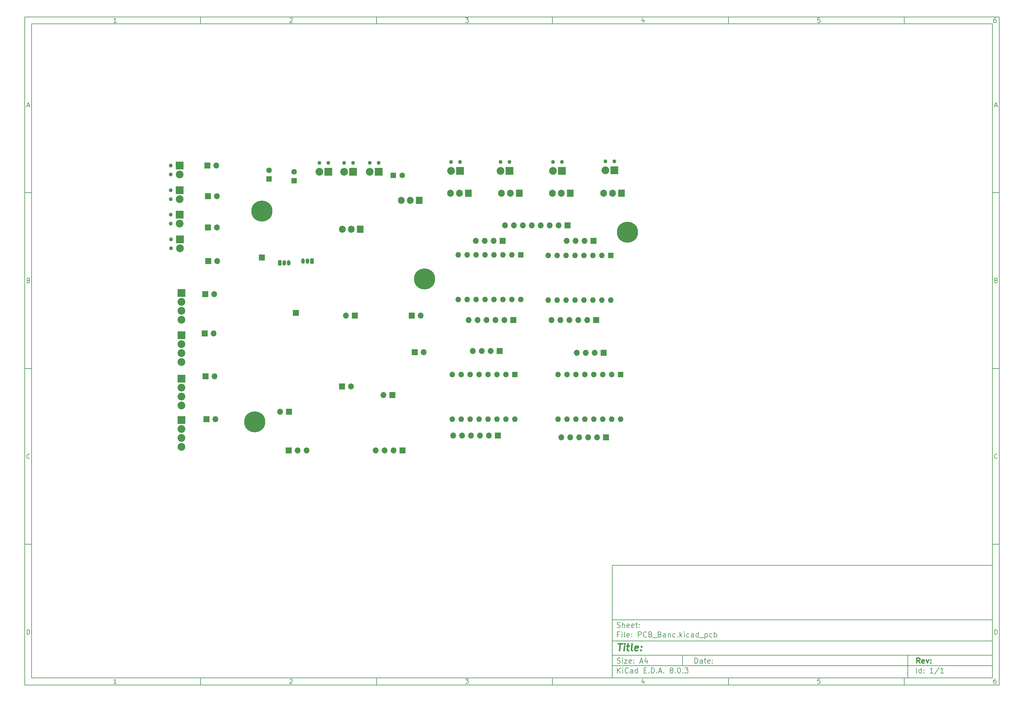
<source format=gbr>
%TF.GenerationSoftware,KiCad,Pcbnew,8.0.3*%
%TF.CreationDate,2024-09-18T10:17:04+02:00*%
%TF.ProjectId,PCB_Banc,5043425f-4261-46e6-932e-6b696361645f,rev?*%
%TF.SameCoordinates,Original*%
%TF.FileFunction,Soldermask,Bot*%
%TF.FilePolarity,Negative*%
%FSLAX46Y46*%
G04 Gerber Fmt 4.6, Leading zero omitted, Abs format (unit mm)*
G04 Created by KiCad (PCBNEW 8.0.3) date 2024-09-18 10:17:04*
%MOMM*%
%LPD*%
G01*
G04 APERTURE LIST*
%ADD10C,0.100000*%
%ADD11C,0.150000*%
%ADD12C,0.300000*%
%ADD13C,0.400000*%
%ADD14R,1.700000X1.700000*%
%ADD15O,1.700000X1.700000*%
%ADD16C,1.100000*%
%ADD17R,2.200000X2.200000*%
%ADD18C,2.200000*%
%ADD19C,6.000000*%
%ADD20R,1.050000X1.500000*%
%ADD21O,1.050000X1.500000*%
%ADD22R,1.600000X1.600000*%
%ADD23C,1.600000*%
%ADD24R,1.905000X2.000000*%
%ADD25O,1.905000X2.000000*%
%ADD26O,1.600000X1.600000*%
G04 APERTURE END LIST*
D10*
D11*
X177002200Y-166007200D02*
X285002200Y-166007200D01*
X285002200Y-198007200D01*
X177002200Y-198007200D01*
X177002200Y-166007200D01*
D10*
D11*
X10000000Y-10000000D02*
X287002200Y-10000000D01*
X287002200Y-200007200D01*
X10000000Y-200007200D01*
X10000000Y-10000000D01*
D10*
D11*
X12000000Y-12000000D02*
X285002200Y-12000000D01*
X285002200Y-198007200D01*
X12000000Y-198007200D01*
X12000000Y-12000000D01*
D10*
D11*
X60000000Y-12000000D02*
X60000000Y-10000000D01*
D10*
D11*
X110000000Y-12000000D02*
X110000000Y-10000000D01*
D10*
D11*
X160000000Y-12000000D02*
X160000000Y-10000000D01*
D10*
D11*
X210000000Y-12000000D02*
X210000000Y-10000000D01*
D10*
D11*
X260000000Y-12000000D02*
X260000000Y-10000000D01*
D10*
D11*
X36089160Y-11593604D02*
X35346303Y-11593604D01*
X35717731Y-11593604D02*
X35717731Y-10293604D01*
X35717731Y-10293604D02*
X35593922Y-10479319D01*
X35593922Y-10479319D02*
X35470112Y-10603128D01*
X35470112Y-10603128D02*
X35346303Y-10665033D01*
D10*
D11*
X85346303Y-10417414D02*
X85408207Y-10355509D01*
X85408207Y-10355509D02*
X85532017Y-10293604D01*
X85532017Y-10293604D02*
X85841541Y-10293604D01*
X85841541Y-10293604D02*
X85965350Y-10355509D01*
X85965350Y-10355509D02*
X86027255Y-10417414D01*
X86027255Y-10417414D02*
X86089160Y-10541223D01*
X86089160Y-10541223D02*
X86089160Y-10665033D01*
X86089160Y-10665033D02*
X86027255Y-10850747D01*
X86027255Y-10850747D02*
X85284398Y-11593604D01*
X85284398Y-11593604D02*
X86089160Y-11593604D01*
D10*
D11*
X135284398Y-10293604D02*
X136089160Y-10293604D01*
X136089160Y-10293604D02*
X135655826Y-10788842D01*
X135655826Y-10788842D02*
X135841541Y-10788842D01*
X135841541Y-10788842D02*
X135965350Y-10850747D01*
X135965350Y-10850747D02*
X136027255Y-10912652D01*
X136027255Y-10912652D02*
X136089160Y-11036461D01*
X136089160Y-11036461D02*
X136089160Y-11345985D01*
X136089160Y-11345985D02*
X136027255Y-11469795D01*
X136027255Y-11469795D02*
X135965350Y-11531700D01*
X135965350Y-11531700D02*
X135841541Y-11593604D01*
X135841541Y-11593604D02*
X135470112Y-11593604D01*
X135470112Y-11593604D02*
X135346303Y-11531700D01*
X135346303Y-11531700D02*
X135284398Y-11469795D01*
D10*
D11*
X185965350Y-10726938D02*
X185965350Y-11593604D01*
X185655826Y-10231700D02*
X185346303Y-11160271D01*
X185346303Y-11160271D02*
X186151064Y-11160271D01*
D10*
D11*
X236027255Y-10293604D02*
X235408207Y-10293604D01*
X235408207Y-10293604D02*
X235346303Y-10912652D01*
X235346303Y-10912652D02*
X235408207Y-10850747D01*
X235408207Y-10850747D02*
X235532017Y-10788842D01*
X235532017Y-10788842D02*
X235841541Y-10788842D01*
X235841541Y-10788842D02*
X235965350Y-10850747D01*
X235965350Y-10850747D02*
X236027255Y-10912652D01*
X236027255Y-10912652D02*
X236089160Y-11036461D01*
X236089160Y-11036461D02*
X236089160Y-11345985D01*
X236089160Y-11345985D02*
X236027255Y-11469795D01*
X236027255Y-11469795D02*
X235965350Y-11531700D01*
X235965350Y-11531700D02*
X235841541Y-11593604D01*
X235841541Y-11593604D02*
X235532017Y-11593604D01*
X235532017Y-11593604D02*
X235408207Y-11531700D01*
X235408207Y-11531700D02*
X235346303Y-11469795D01*
D10*
D11*
X285965350Y-10293604D02*
X285717731Y-10293604D01*
X285717731Y-10293604D02*
X285593922Y-10355509D01*
X285593922Y-10355509D02*
X285532017Y-10417414D01*
X285532017Y-10417414D02*
X285408207Y-10603128D01*
X285408207Y-10603128D02*
X285346303Y-10850747D01*
X285346303Y-10850747D02*
X285346303Y-11345985D01*
X285346303Y-11345985D02*
X285408207Y-11469795D01*
X285408207Y-11469795D02*
X285470112Y-11531700D01*
X285470112Y-11531700D02*
X285593922Y-11593604D01*
X285593922Y-11593604D02*
X285841541Y-11593604D01*
X285841541Y-11593604D02*
X285965350Y-11531700D01*
X285965350Y-11531700D02*
X286027255Y-11469795D01*
X286027255Y-11469795D02*
X286089160Y-11345985D01*
X286089160Y-11345985D02*
X286089160Y-11036461D01*
X286089160Y-11036461D02*
X286027255Y-10912652D01*
X286027255Y-10912652D02*
X285965350Y-10850747D01*
X285965350Y-10850747D02*
X285841541Y-10788842D01*
X285841541Y-10788842D02*
X285593922Y-10788842D01*
X285593922Y-10788842D02*
X285470112Y-10850747D01*
X285470112Y-10850747D02*
X285408207Y-10912652D01*
X285408207Y-10912652D02*
X285346303Y-11036461D01*
D10*
D11*
X60000000Y-198007200D02*
X60000000Y-200007200D01*
D10*
D11*
X110000000Y-198007200D02*
X110000000Y-200007200D01*
D10*
D11*
X160000000Y-198007200D02*
X160000000Y-200007200D01*
D10*
D11*
X210000000Y-198007200D02*
X210000000Y-200007200D01*
D10*
D11*
X260000000Y-198007200D02*
X260000000Y-200007200D01*
D10*
D11*
X36089160Y-199600804D02*
X35346303Y-199600804D01*
X35717731Y-199600804D02*
X35717731Y-198300804D01*
X35717731Y-198300804D02*
X35593922Y-198486519D01*
X35593922Y-198486519D02*
X35470112Y-198610328D01*
X35470112Y-198610328D02*
X35346303Y-198672233D01*
D10*
D11*
X85346303Y-198424614D02*
X85408207Y-198362709D01*
X85408207Y-198362709D02*
X85532017Y-198300804D01*
X85532017Y-198300804D02*
X85841541Y-198300804D01*
X85841541Y-198300804D02*
X85965350Y-198362709D01*
X85965350Y-198362709D02*
X86027255Y-198424614D01*
X86027255Y-198424614D02*
X86089160Y-198548423D01*
X86089160Y-198548423D02*
X86089160Y-198672233D01*
X86089160Y-198672233D02*
X86027255Y-198857947D01*
X86027255Y-198857947D02*
X85284398Y-199600804D01*
X85284398Y-199600804D02*
X86089160Y-199600804D01*
D10*
D11*
X135284398Y-198300804D02*
X136089160Y-198300804D01*
X136089160Y-198300804D02*
X135655826Y-198796042D01*
X135655826Y-198796042D02*
X135841541Y-198796042D01*
X135841541Y-198796042D02*
X135965350Y-198857947D01*
X135965350Y-198857947D02*
X136027255Y-198919852D01*
X136027255Y-198919852D02*
X136089160Y-199043661D01*
X136089160Y-199043661D02*
X136089160Y-199353185D01*
X136089160Y-199353185D02*
X136027255Y-199476995D01*
X136027255Y-199476995D02*
X135965350Y-199538900D01*
X135965350Y-199538900D02*
X135841541Y-199600804D01*
X135841541Y-199600804D02*
X135470112Y-199600804D01*
X135470112Y-199600804D02*
X135346303Y-199538900D01*
X135346303Y-199538900D02*
X135284398Y-199476995D01*
D10*
D11*
X185965350Y-198734138D02*
X185965350Y-199600804D01*
X185655826Y-198238900D02*
X185346303Y-199167471D01*
X185346303Y-199167471D02*
X186151064Y-199167471D01*
D10*
D11*
X236027255Y-198300804D02*
X235408207Y-198300804D01*
X235408207Y-198300804D02*
X235346303Y-198919852D01*
X235346303Y-198919852D02*
X235408207Y-198857947D01*
X235408207Y-198857947D02*
X235532017Y-198796042D01*
X235532017Y-198796042D02*
X235841541Y-198796042D01*
X235841541Y-198796042D02*
X235965350Y-198857947D01*
X235965350Y-198857947D02*
X236027255Y-198919852D01*
X236027255Y-198919852D02*
X236089160Y-199043661D01*
X236089160Y-199043661D02*
X236089160Y-199353185D01*
X236089160Y-199353185D02*
X236027255Y-199476995D01*
X236027255Y-199476995D02*
X235965350Y-199538900D01*
X235965350Y-199538900D02*
X235841541Y-199600804D01*
X235841541Y-199600804D02*
X235532017Y-199600804D01*
X235532017Y-199600804D02*
X235408207Y-199538900D01*
X235408207Y-199538900D02*
X235346303Y-199476995D01*
D10*
D11*
X285965350Y-198300804D02*
X285717731Y-198300804D01*
X285717731Y-198300804D02*
X285593922Y-198362709D01*
X285593922Y-198362709D02*
X285532017Y-198424614D01*
X285532017Y-198424614D02*
X285408207Y-198610328D01*
X285408207Y-198610328D02*
X285346303Y-198857947D01*
X285346303Y-198857947D02*
X285346303Y-199353185D01*
X285346303Y-199353185D02*
X285408207Y-199476995D01*
X285408207Y-199476995D02*
X285470112Y-199538900D01*
X285470112Y-199538900D02*
X285593922Y-199600804D01*
X285593922Y-199600804D02*
X285841541Y-199600804D01*
X285841541Y-199600804D02*
X285965350Y-199538900D01*
X285965350Y-199538900D02*
X286027255Y-199476995D01*
X286027255Y-199476995D02*
X286089160Y-199353185D01*
X286089160Y-199353185D02*
X286089160Y-199043661D01*
X286089160Y-199043661D02*
X286027255Y-198919852D01*
X286027255Y-198919852D02*
X285965350Y-198857947D01*
X285965350Y-198857947D02*
X285841541Y-198796042D01*
X285841541Y-198796042D02*
X285593922Y-198796042D01*
X285593922Y-198796042D02*
X285470112Y-198857947D01*
X285470112Y-198857947D02*
X285408207Y-198919852D01*
X285408207Y-198919852D02*
X285346303Y-199043661D01*
D10*
D11*
X10000000Y-60000000D02*
X12000000Y-60000000D01*
D10*
D11*
X10000000Y-110000000D02*
X12000000Y-110000000D01*
D10*
D11*
X10000000Y-160000000D02*
X12000000Y-160000000D01*
D10*
D11*
X10690476Y-35222176D02*
X11309523Y-35222176D01*
X10566666Y-35593604D02*
X10999999Y-34293604D01*
X10999999Y-34293604D02*
X11433333Y-35593604D01*
D10*
D11*
X11092857Y-84912652D02*
X11278571Y-84974557D01*
X11278571Y-84974557D02*
X11340476Y-85036461D01*
X11340476Y-85036461D02*
X11402380Y-85160271D01*
X11402380Y-85160271D02*
X11402380Y-85345985D01*
X11402380Y-85345985D02*
X11340476Y-85469795D01*
X11340476Y-85469795D02*
X11278571Y-85531700D01*
X11278571Y-85531700D02*
X11154761Y-85593604D01*
X11154761Y-85593604D02*
X10659523Y-85593604D01*
X10659523Y-85593604D02*
X10659523Y-84293604D01*
X10659523Y-84293604D02*
X11092857Y-84293604D01*
X11092857Y-84293604D02*
X11216666Y-84355509D01*
X11216666Y-84355509D02*
X11278571Y-84417414D01*
X11278571Y-84417414D02*
X11340476Y-84541223D01*
X11340476Y-84541223D02*
X11340476Y-84665033D01*
X11340476Y-84665033D02*
X11278571Y-84788842D01*
X11278571Y-84788842D02*
X11216666Y-84850747D01*
X11216666Y-84850747D02*
X11092857Y-84912652D01*
X11092857Y-84912652D02*
X10659523Y-84912652D01*
D10*
D11*
X11402380Y-135469795D02*
X11340476Y-135531700D01*
X11340476Y-135531700D02*
X11154761Y-135593604D01*
X11154761Y-135593604D02*
X11030952Y-135593604D01*
X11030952Y-135593604D02*
X10845238Y-135531700D01*
X10845238Y-135531700D02*
X10721428Y-135407890D01*
X10721428Y-135407890D02*
X10659523Y-135284080D01*
X10659523Y-135284080D02*
X10597619Y-135036461D01*
X10597619Y-135036461D02*
X10597619Y-134850747D01*
X10597619Y-134850747D02*
X10659523Y-134603128D01*
X10659523Y-134603128D02*
X10721428Y-134479319D01*
X10721428Y-134479319D02*
X10845238Y-134355509D01*
X10845238Y-134355509D02*
X11030952Y-134293604D01*
X11030952Y-134293604D02*
X11154761Y-134293604D01*
X11154761Y-134293604D02*
X11340476Y-134355509D01*
X11340476Y-134355509D02*
X11402380Y-134417414D01*
D10*
D11*
X10659523Y-185593604D02*
X10659523Y-184293604D01*
X10659523Y-184293604D02*
X10969047Y-184293604D01*
X10969047Y-184293604D02*
X11154761Y-184355509D01*
X11154761Y-184355509D02*
X11278571Y-184479319D01*
X11278571Y-184479319D02*
X11340476Y-184603128D01*
X11340476Y-184603128D02*
X11402380Y-184850747D01*
X11402380Y-184850747D02*
X11402380Y-185036461D01*
X11402380Y-185036461D02*
X11340476Y-185284080D01*
X11340476Y-185284080D02*
X11278571Y-185407890D01*
X11278571Y-185407890D02*
X11154761Y-185531700D01*
X11154761Y-185531700D02*
X10969047Y-185593604D01*
X10969047Y-185593604D02*
X10659523Y-185593604D01*
D10*
D11*
X287002200Y-60000000D02*
X285002200Y-60000000D01*
D10*
D11*
X287002200Y-110000000D02*
X285002200Y-110000000D01*
D10*
D11*
X287002200Y-160000000D02*
X285002200Y-160000000D01*
D10*
D11*
X285692676Y-35222176D02*
X286311723Y-35222176D01*
X285568866Y-35593604D02*
X286002199Y-34293604D01*
X286002199Y-34293604D02*
X286435533Y-35593604D01*
D10*
D11*
X286095057Y-84912652D02*
X286280771Y-84974557D01*
X286280771Y-84974557D02*
X286342676Y-85036461D01*
X286342676Y-85036461D02*
X286404580Y-85160271D01*
X286404580Y-85160271D02*
X286404580Y-85345985D01*
X286404580Y-85345985D02*
X286342676Y-85469795D01*
X286342676Y-85469795D02*
X286280771Y-85531700D01*
X286280771Y-85531700D02*
X286156961Y-85593604D01*
X286156961Y-85593604D02*
X285661723Y-85593604D01*
X285661723Y-85593604D02*
X285661723Y-84293604D01*
X285661723Y-84293604D02*
X286095057Y-84293604D01*
X286095057Y-84293604D02*
X286218866Y-84355509D01*
X286218866Y-84355509D02*
X286280771Y-84417414D01*
X286280771Y-84417414D02*
X286342676Y-84541223D01*
X286342676Y-84541223D02*
X286342676Y-84665033D01*
X286342676Y-84665033D02*
X286280771Y-84788842D01*
X286280771Y-84788842D02*
X286218866Y-84850747D01*
X286218866Y-84850747D02*
X286095057Y-84912652D01*
X286095057Y-84912652D02*
X285661723Y-84912652D01*
D10*
D11*
X286404580Y-135469795D02*
X286342676Y-135531700D01*
X286342676Y-135531700D02*
X286156961Y-135593604D01*
X286156961Y-135593604D02*
X286033152Y-135593604D01*
X286033152Y-135593604D02*
X285847438Y-135531700D01*
X285847438Y-135531700D02*
X285723628Y-135407890D01*
X285723628Y-135407890D02*
X285661723Y-135284080D01*
X285661723Y-135284080D02*
X285599819Y-135036461D01*
X285599819Y-135036461D02*
X285599819Y-134850747D01*
X285599819Y-134850747D02*
X285661723Y-134603128D01*
X285661723Y-134603128D02*
X285723628Y-134479319D01*
X285723628Y-134479319D02*
X285847438Y-134355509D01*
X285847438Y-134355509D02*
X286033152Y-134293604D01*
X286033152Y-134293604D02*
X286156961Y-134293604D01*
X286156961Y-134293604D02*
X286342676Y-134355509D01*
X286342676Y-134355509D02*
X286404580Y-134417414D01*
D10*
D11*
X285661723Y-185593604D02*
X285661723Y-184293604D01*
X285661723Y-184293604D02*
X285971247Y-184293604D01*
X285971247Y-184293604D02*
X286156961Y-184355509D01*
X286156961Y-184355509D02*
X286280771Y-184479319D01*
X286280771Y-184479319D02*
X286342676Y-184603128D01*
X286342676Y-184603128D02*
X286404580Y-184850747D01*
X286404580Y-184850747D02*
X286404580Y-185036461D01*
X286404580Y-185036461D02*
X286342676Y-185284080D01*
X286342676Y-185284080D02*
X286280771Y-185407890D01*
X286280771Y-185407890D02*
X286156961Y-185531700D01*
X286156961Y-185531700D02*
X285971247Y-185593604D01*
X285971247Y-185593604D02*
X285661723Y-185593604D01*
D10*
D11*
X200458026Y-193793328D02*
X200458026Y-192293328D01*
X200458026Y-192293328D02*
X200815169Y-192293328D01*
X200815169Y-192293328D02*
X201029455Y-192364757D01*
X201029455Y-192364757D02*
X201172312Y-192507614D01*
X201172312Y-192507614D02*
X201243741Y-192650471D01*
X201243741Y-192650471D02*
X201315169Y-192936185D01*
X201315169Y-192936185D02*
X201315169Y-193150471D01*
X201315169Y-193150471D02*
X201243741Y-193436185D01*
X201243741Y-193436185D02*
X201172312Y-193579042D01*
X201172312Y-193579042D02*
X201029455Y-193721900D01*
X201029455Y-193721900D02*
X200815169Y-193793328D01*
X200815169Y-193793328D02*
X200458026Y-193793328D01*
X202600884Y-193793328D02*
X202600884Y-193007614D01*
X202600884Y-193007614D02*
X202529455Y-192864757D01*
X202529455Y-192864757D02*
X202386598Y-192793328D01*
X202386598Y-192793328D02*
X202100884Y-192793328D01*
X202100884Y-192793328D02*
X201958026Y-192864757D01*
X202600884Y-193721900D02*
X202458026Y-193793328D01*
X202458026Y-193793328D02*
X202100884Y-193793328D01*
X202100884Y-193793328D02*
X201958026Y-193721900D01*
X201958026Y-193721900D02*
X201886598Y-193579042D01*
X201886598Y-193579042D02*
X201886598Y-193436185D01*
X201886598Y-193436185D02*
X201958026Y-193293328D01*
X201958026Y-193293328D02*
X202100884Y-193221900D01*
X202100884Y-193221900D02*
X202458026Y-193221900D01*
X202458026Y-193221900D02*
X202600884Y-193150471D01*
X203100884Y-192793328D02*
X203672312Y-192793328D01*
X203315169Y-192293328D02*
X203315169Y-193579042D01*
X203315169Y-193579042D02*
X203386598Y-193721900D01*
X203386598Y-193721900D02*
X203529455Y-193793328D01*
X203529455Y-193793328D02*
X203672312Y-193793328D01*
X204743741Y-193721900D02*
X204600884Y-193793328D01*
X204600884Y-193793328D02*
X204315170Y-193793328D01*
X204315170Y-193793328D02*
X204172312Y-193721900D01*
X204172312Y-193721900D02*
X204100884Y-193579042D01*
X204100884Y-193579042D02*
X204100884Y-193007614D01*
X204100884Y-193007614D02*
X204172312Y-192864757D01*
X204172312Y-192864757D02*
X204315170Y-192793328D01*
X204315170Y-192793328D02*
X204600884Y-192793328D01*
X204600884Y-192793328D02*
X204743741Y-192864757D01*
X204743741Y-192864757D02*
X204815170Y-193007614D01*
X204815170Y-193007614D02*
X204815170Y-193150471D01*
X204815170Y-193150471D02*
X204100884Y-193293328D01*
X205458026Y-193650471D02*
X205529455Y-193721900D01*
X205529455Y-193721900D02*
X205458026Y-193793328D01*
X205458026Y-193793328D02*
X205386598Y-193721900D01*
X205386598Y-193721900D02*
X205458026Y-193650471D01*
X205458026Y-193650471D02*
X205458026Y-193793328D01*
X205458026Y-192864757D02*
X205529455Y-192936185D01*
X205529455Y-192936185D02*
X205458026Y-193007614D01*
X205458026Y-193007614D02*
X205386598Y-192936185D01*
X205386598Y-192936185D02*
X205458026Y-192864757D01*
X205458026Y-192864757D02*
X205458026Y-193007614D01*
D10*
D11*
X177002200Y-194507200D02*
X285002200Y-194507200D01*
D10*
D11*
X178458026Y-196593328D02*
X178458026Y-195093328D01*
X179315169Y-196593328D02*
X178672312Y-195736185D01*
X179315169Y-195093328D02*
X178458026Y-195950471D01*
X179958026Y-196593328D02*
X179958026Y-195593328D01*
X179958026Y-195093328D02*
X179886598Y-195164757D01*
X179886598Y-195164757D02*
X179958026Y-195236185D01*
X179958026Y-195236185D02*
X180029455Y-195164757D01*
X180029455Y-195164757D02*
X179958026Y-195093328D01*
X179958026Y-195093328D02*
X179958026Y-195236185D01*
X181529455Y-196450471D02*
X181458027Y-196521900D01*
X181458027Y-196521900D02*
X181243741Y-196593328D01*
X181243741Y-196593328D02*
X181100884Y-196593328D01*
X181100884Y-196593328D02*
X180886598Y-196521900D01*
X180886598Y-196521900D02*
X180743741Y-196379042D01*
X180743741Y-196379042D02*
X180672312Y-196236185D01*
X180672312Y-196236185D02*
X180600884Y-195950471D01*
X180600884Y-195950471D02*
X180600884Y-195736185D01*
X180600884Y-195736185D02*
X180672312Y-195450471D01*
X180672312Y-195450471D02*
X180743741Y-195307614D01*
X180743741Y-195307614D02*
X180886598Y-195164757D01*
X180886598Y-195164757D02*
X181100884Y-195093328D01*
X181100884Y-195093328D02*
X181243741Y-195093328D01*
X181243741Y-195093328D02*
X181458027Y-195164757D01*
X181458027Y-195164757D02*
X181529455Y-195236185D01*
X182815170Y-196593328D02*
X182815170Y-195807614D01*
X182815170Y-195807614D02*
X182743741Y-195664757D01*
X182743741Y-195664757D02*
X182600884Y-195593328D01*
X182600884Y-195593328D02*
X182315170Y-195593328D01*
X182315170Y-195593328D02*
X182172312Y-195664757D01*
X182815170Y-196521900D02*
X182672312Y-196593328D01*
X182672312Y-196593328D02*
X182315170Y-196593328D01*
X182315170Y-196593328D02*
X182172312Y-196521900D01*
X182172312Y-196521900D02*
X182100884Y-196379042D01*
X182100884Y-196379042D02*
X182100884Y-196236185D01*
X182100884Y-196236185D02*
X182172312Y-196093328D01*
X182172312Y-196093328D02*
X182315170Y-196021900D01*
X182315170Y-196021900D02*
X182672312Y-196021900D01*
X182672312Y-196021900D02*
X182815170Y-195950471D01*
X184172313Y-196593328D02*
X184172313Y-195093328D01*
X184172313Y-196521900D02*
X184029455Y-196593328D01*
X184029455Y-196593328D02*
X183743741Y-196593328D01*
X183743741Y-196593328D02*
X183600884Y-196521900D01*
X183600884Y-196521900D02*
X183529455Y-196450471D01*
X183529455Y-196450471D02*
X183458027Y-196307614D01*
X183458027Y-196307614D02*
X183458027Y-195879042D01*
X183458027Y-195879042D02*
X183529455Y-195736185D01*
X183529455Y-195736185D02*
X183600884Y-195664757D01*
X183600884Y-195664757D02*
X183743741Y-195593328D01*
X183743741Y-195593328D02*
X184029455Y-195593328D01*
X184029455Y-195593328D02*
X184172313Y-195664757D01*
X186029455Y-195807614D02*
X186529455Y-195807614D01*
X186743741Y-196593328D02*
X186029455Y-196593328D01*
X186029455Y-196593328D02*
X186029455Y-195093328D01*
X186029455Y-195093328D02*
X186743741Y-195093328D01*
X187386598Y-196450471D02*
X187458027Y-196521900D01*
X187458027Y-196521900D02*
X187386598Y-196593328D01*
X187386598Y-196593328D02*
X187315170Y-196521900D01*
X187315170Y-196521900D02*
X187386598Y-196450471D01*
X187386598Y-196450471D02*
X187386598Y-196593328D01*
X188100884Y-196593328D02*
X188100884Y-195093328D01*
X188100884Y-195093328D02*
X188458027Y-195093328D01*
X188458027Y-195093328D02*
X188672313Y-195164757D01*
X188672313Y-195164757D02*
X188815170Y-195307614D01*
X188815170Y-195307614D02*
X188886599Y-195450471D01*
X188886599Y-195450471D02*
X188958027Y-195736185D01*
X188958027Y-195736185D02*
X188958027Y-195950471D01*
X188958027Y-195950471D02*
X188886599Y-196236185D01*
X188886599Y-196236185D02*
X188815170Y-196379042D01*
X188815170Y-196379042D02*
X188672313Y-196521900D01*
X188672313Y-196521900D02*
X188458027Y-196593328D01*
X188458027Y-196593328D02*
X188100884Y-196593328D01*
X189600884Y-196450471D02*
X189672313Y-196521900D01*
X189672313Y-196521900D02*
X189600884Y-196593328D01*
X189600884Y-196593328D02*
X189529456Y-196521900D01*
X189529456Y-196521900D02*
X189600884Y-196450471D01*
X189600884Y-196450471D02*
X189600884Y-196593328D01*
X190243742Y-196164757D02*
X190958028Y-196164757D01*
X190100885Y-196593328D02*
X190600885Y-195093328D01*
X190600885Y-195093328D02*
X191100885Y-196593328D01*
X191600884Y-196450471D02*
X191672313Y-196521900D01*
X191672313Y-196521900D02*
X191600884Y-196593328D01*
X191600884Y-196593328D02*
X191529456Y-196521900D01*
X191529456Y-196521900D02*
X191600884Y-196450471D01*
X191600884Y-196450471D02*
X191600884Y-196593328D01*
X193672313Y-195736185D02*
X193529456Y-195664757D01*
X193529456Y-195664757D02*
X193458027Y-195593328D01*
X193458027Y-195593328D02*
X193386599Y-195450471D01*
X193386599Y-195450471D02*
X193386599Y-195379042D01*
X193386599Y-195379042D02*
X193458027Y-195236185D01*
X193458027Y-195236185D02*
X193529456Y-195164757D01*
X193529456Y-195164757D02*
X193672313Y-195093328D01*
X193672313Y-195093328D02*
X193958027Y-195093328D01*
X193958027Y-195093328D02*
X194100885Y-195164757D01*
X194100885Y-195164757D02*
X194172313Y-195236185D01*
X194172313Y-195236185D02*
X194243742Y-195379042D01*
X194243742Y-195379042D02*
X194243742Y-195450471D01*
X194243742Y-195450471D02*
X194172313Y-195593328D01*
X194172313Y-195593328D02*
X194100885Y-195664757D01*
X194100885Y-195664757D02*
X193958027Y-195736185D01*
X193958027Y-195736185D02*
X193672313Y-195736185D01*
X193672313Y-195736185D02*
X193529456Y-195807614D01*
X193529456Y-195807614D02*
X193458027Y-195879042D01*
X193458027Y-195879042D02*
X193386599Y-196021900D01*
X193386599Y-196021900D02*
X193386599Y-196307614D01*
X193386599Y-196307614D02*
X193458027Y-196450471D01*
X193458027Y-196450471D02*
X193529456Y-196521900D01*
X193529456Y-196521900D02*
X193672313Y-196593328D01*
X193672313Y-196593328D02*
X193958027Y-196593328D01*
X193958027Y-196593328D02*
X194100885Y-196521900D01*
X194100885Y-196521900D02*
X194172313Y-196450471D01*
X194172313Y-196450471D02*
X194243742Y-196307614D01*
X194243742Y-196307614D02*
X194243742Y-196021900D01*
X194243742Y-196021900D02*
X194172313Y-195879042D01*
X194172313Y-195879042D02*
X194100885Y-195807614D01*
X194100885Y-195807614D02*
X193958027Y-195736185D01*
X194886598Y-196450471D02*
X194958027Y-196521900D01*
X194958027Y-196521900D02*
X194886598Y-196593328D01*
X194886598Y-196593328D02*
X194815170Y-196521900D01*
X194815170Y-196521900D02*
X194886598Y-196450471D01*
X194886598Y-196450471D02*
X194886598Y-196593328D01*
X195886599Y-195093328D02*
X196029456Y-195093328D01*
X196029456Y-195093328D02*
X196172313Y-195164757D01*
X196172313Y-195164757D02*
X196243742Y-195236185D01*
X196243742Y-195236185D02*
X196315170Y-195379042D01*
X196315170Y-195379042D02*
X196386599Y-195664757D01*
X196386599Y-195664757D02*
X196386599Y-196021900D01*
X196386599Y-196021900D02*
X196315170Y-196307614D01*
X196315170Y-196307614D02*
X196243742Y-196450471D01*
X196243742Y-196450471D02*
X196172313Y-196521900D01*
X196172313Y-196521900D02*
X196029456Y-196593328D01*
X196029456Y-196593328D02*
X195886599Y-196593328D01*
X195886599Y-196593328D02*
X195743742Y-196521900D01*
X195743742Y-196521900D02*
X195672313Y-196450471D01*
X195672313Y-196450471D02*
X195600884Y-196307614D01*
X195600884Y-196307614D02*
X195529456Y-196021900D01*
X195529456Y-196021900D02*
X195529456Y-195664757D01*
X195529456Y-195664757D02*
X195600884Y-195379042D01*
X195600884Y-195379042D02*
X195672313Y-195236185D01*
X195672313Y-195236185D02*
X195743742Y-195164757D01*
X195743742Y-195164757D02*
X195886599Y-195093328D01*
X197029455Y-196450471D02*
X197100884Y-196521900D01*
X197100884Y-196521900D02*
X197029455Y-196593328D01*
X197029455Y-196593328D02*
X196958027Y-196521900D01*
X196958027Y-196521900D02*
X197029455Y-196450471D01*
X197029455Y-196450471D02*
X197029455Y-196593328D01*
X197600884Y-195093328D02*
X198529456Y-195093328D01*
X198529456Y-195093328D02*
X198029456Y-195664757D01*
X198029456Y-195664757D02*
X198243741Y-195664757D01*
X198243741Y-195664757D02*
X198386599Y-195736185D01*
X198386599Y-195736185D02*
X198458027Y-195807614D01*
X198458027Y-195807614D02*
X198529456Y-195950471D01*
X198529456Y-195950471D02*
X198529456Y-196307614D01*
X198529456Y-196307614D02*
X198458027Y-196450471D01*
X198458027Y-196450471D02*
X198386599Y-196521900D01*
X198386599Y-196521900D02*
X198243741Y-196593328D01*
X198243741Y-196593328D02*
X197815170Y-196593328D01*
X197815170Y-196593328D02*
X197672313Y-196521900D01*
X197672313Y-196521900D02*
X197600884Y-196450471D01*
D10*
D11*
X177002200Y-191507200D02*
X285002200Y-191507200D01*
D10*
D12*
X264413853Y-193785528D02*
X263913853Y-193071242D01*
X263556710Y-193785528D02*
X263556710Y-192285528D01*
X263556710Y-192285528D02*
X264128139Y-192285528D01*
X264128139Y-192285528D02*
X264270996Y-192356957D01*
X264270996Y-192356957D02*
X264342425Y-192428385D01*
X264342425Y-192428385D02*
X264413853Y-192571242D01*
X264413853Y-192571242D02*
X264413853Y-192785528D01*
X264413853Y-192785528D02*
X264342425Y-192928385D01*
X264342425Y-192928385D02*
X264270996Y-192999814D01*
X264270996Y-192999814D02*
X264128139Y-193071242D01*
X264128139Y-193071242D02*
X263556710Y-193071242D01*
X265628139Y-193714100D02*
X265485282Y-193785528D01*
X265485282Y-193785528D02*
X265199568Y-193785528D01*
X265199568Y-193785528D02*
X265056710Y-193714100D01*
X265056710Y-193714100D02*
X264985282Y-193571242D01*
X264985282Y-193571242D02*
X264985282Y-192999814D01*
X264985282Y-192999814D02*
X265056710Y-192856957D01*
X265056710Y-192856957D02*
X265199568Y-192785528D01*
X265199568Y-192785528D02*
X265485282Y-192785528D01*
X265485282Y-192785528D02*
X265628139Y-192856957D01*
X265628139Y-192856957D02*
X265699568Y-192999814D01*
X265699568Y-192999814D02*
X265699568Y-193142671D01*
X265699568Y-193142671D02*
X264985282Y-193285528D01*
X266199567Y-192785528D02*
X266556710Y-193785528D01*
X266556710Y-193785528D02*
X266913853Y-192785528D01*
X267485281Y-193642671D02*
X267556710Y-193714100D01*
X267556710Y-193714100D02*
X267485281Y-193785528D01*
X267485281Y-193785528D02*
X267413853Y-193714100D01*
X267413853Y-193714100D02*
X267485281Y-193642671D01*
X267485281Y-193642671D02*
X267485281Y-193785528D01*
X267485281Y-192856957D02*
X267556710Y-192928385D01*
X267556710Y-192928385D02*
X267485281Y-192999814D01*
X267485281Y-192999814D02*
X267413853Y-192928385D01*
X267413853Y-192928385D02*
X267485281Y-192856957D01*
X267485281Y-192856957D02*
X267485281Y-192999814D01*
D10*
D11*
X178386598Y-193721900D02*
X178600884Y-193793328D01*
X178600884Y-193793328D02*
X178958026Y-193793328D01*
X178958026Y-193793328D02*
X179100884Y-193721900D01*
X179100884Y-193721900D02*
X179172312Y-193650471D01*
X179172312Y-193650471D02*
X179243741Y-193507614D01*
X179243741Y-193507614D02*
X179243741Y-193364757D01*
X179243741Y-193364757D02*
X179172312Y-193221900D01*
X179172312Y-193221900D02*
X179100884Y-193150471D01*
X179100884Y-193150471D02*
X178958026Y-193079042D01*
X178958026Y-193079042D02*
X178672312Y-193007614D01*
X178672312Y-193007614D02*
X178529455Y-192936185D01*
X178529455Y-192936185D02*
X178458026Y-192864757D01*
X178458026Y-192864757D02*
X178386598Y-192721900D01*
X178386598Y-192721900D02*
X178386598Y-192579042D01*
X178386598Y-192579042D02*
X178458026Y-192436185D01*
X178458026Y-192436185D02*
X178529455Y-192364757D01*
X178529455Y-192364757D02*
X178672312Y-192293328D01*
X178672312Y-192293328D02*
X179029455Y-192293328D01*
X179029455Y-192293328D02*
X179243741Y-192364757D01*
X179886597Y-193793328D02*
X179886597Y-192793328D01*
X179886597Y-192293328D02*
X179815169Y-192364757D01*
X179815169Y-192364757D02*
X179886597Y-192436185D01*
X179886597Y-192436185D02*
X179958026Y-192364757D01*
X179958026Y-192364757D02*
X179886597Y-192293328D01*
X179886597Y-192293328D02*
X179886597Y-192436185D01*
X180458026Y-192793328D02*
X181243741Y-192793328D01*
X181243741Y-192793328D02*
X180458026Y-193793328D01*
X180458026Y-193793328D02*
X181243741Y-193793328D01*
X182386598Y-193721900D02*
X182243741Y-193793328D01*
X182243741Y-193793328D02*
X181958027Y-193793328D01*
X181958027Y-193793328D02*
X181815169Y-193721900D01*
X181815169Y-193721900D02*
X181743741Y-193579042D01*
X181743741Y-193579042D02*
X181743741Y-193007614D01*
X181743741Y-193007614D02*
X181815169Y-192864757D01*
X181815169Y-192864757D02*
X181958027Y-192793328D01*
X181958027Y-192793328D02*
X182243741Y-192793328D01*
X182243741Y-192793328D02*
X182386598Y-192864757D01*
X182386598Y-192864757D02*
X182458027Y-193007614D01*
X182458027Y-193007614D02*
X182458027Y-193150471D01*
X182458027Y-193150471D02*
X181743741Y-193293328D01*
X183100883Y-193650471D02*
X183172312Y-193721900D01*
X183172312Y-193721900D02*
X183100883Y-193793328D01*
X183100883Y-193793328D02*
X183029455Y-193721900D01*
X183029455Y-193721900D02*
X183100883Y-193650471D01*
X183100883Y-193650471D02*
X183100883Y-193793328D01*
X183100883Y-192864757D02*
X183172312Y-192936185D01*
X183172312Y-192936185D02*
X183100883Y-193007614D01*
X183100883Y-193007614D02*
X183029455Y-192936185D01*
X183029455Y-192936185D02*
X183100883Y-192864757D01*
X183100883Y-192864757D02*
X183100883Y-193007614D01*
X184886598Y-193364757D02*
X185600884Y-193364757D01*
X184743741Y-193793328D02*
X185243741Y-192293328D01*
X185243741Y-192293328D02*
X185743741Y-193793328D01*
X186886598Y-192793328D02*
X186886598Y-193793328D01*
X186529455Y-192221900D02*
X186172312Y-193293328D01*
X186172312Y-193293328D02*
X187100883Y-193293328D01*
D10*
D11*
X263458026Y-196593328D02*
X263458026Y-195093328D01*
X264815170Y-196593328D02*
X264815170Y-195093328D01*
X264815170Y-196521900D02*
X264672312Y-196593328D01*
X264672312Y-196593328D02*
X264386598Y-196593328D01*
X264386598Y-196593328D02*
X264243741Y-196521900D01*
X264243741Y-196521900D02*
X264172312Y-196450471D01*
X264172312Y-196450471D02*
X264100884Y-196307614D01*
X264100884Y-196307614D02*
X264100884Y-195879042D01*
X264100884Y-195879042D02*
X264172312Y-195736185D01*
X264172312Y-195736185D02*
X264243741Y-195664757D01*
X264243741Y-195664757D02*
X264386598Y-195593328D01*
X264386598Y-195593328D02*
X264672312Y-195593328D01*
X264672312Y-195593328D02*
X264815170Y-195664757D01*
X265529455Y-196450471D02*
X265600884Y-196521900D01*
X265600884Y-196521900D02*
X265529455Y-196593328D01*
X265529455Y-196593328D02*
X265458027Y-196521900D01*
X265458027Y-196521900D02*
X265529455Y-196450471D01*
X265529455Y-196450471D02*
X265529455Y-196593328D01*
X265529455Y-195664757D02*
X265600884Y-195736185D01*
X265600884Y-195736185D02*
X265529455Y-195807614D01*
X265529455Y-195807614D02*
X265458027Y-195736185D01*
X265458027Y-195736185D02*
X265529455Y-195664757D01*
X265529455Y-195664757D02*
X265529455Y-195807614D01*
X268172313Y-196593328D02*
X267315170Y-196593328D01*
X267743741Y-196593328D02*
X267743741Y-195093328D01*
X267743741Y-195093328D02*
X267600884Y-195307614D01*
X267600884Y-195307614D02*
X267458027Y-195450471D01*
X267458027Y-195450471D02*
X267315170Y-195521900D01*
X269886598Y-195021900D02*
X268600884Y-196950471D01*
X271172313Y-196593328D02*
X270315170Y-196593328D01*
X270743741Y-196593328D02*
X270743741Y-195093328D01*
X270743741Y-195093328D02*
X270600884Y-195307614D01*
X270600884Y-195307614D02*
X270458027Y-195450471D01*
X270458027Y-195450471D02*
X270315170Y-195521900D01*
D10*
D11*
X177002200Y-187507200D02*
X285002200Y-187507200D01*
D10*
D13*
X178693928Y-188211638D02*
X179836785Y-188211638D01*
X179015357Y-190211638D02*
X179265357Y-188211638D01*
X180253452Y-190211638D02*
X180420119Y-188878304D01*
X180503452Y-188211638D02*
X180396309Y-188306876D01*
X180396309Y-188306876D02*
X180479643Y-188402114D01*
X180479643Y-188402114D02*
X180586786Y-188306876D01*
X180586786Y-188306876D02*
X180503452Y-188211638D01*
X180503452Y-188211638D02*
X180479643Y-188402114D01*
X181086786Y-188878304D02*
X181848690Y-188878304D01*
X181455833Y-188211638D02*
X181241548Y-189925923D01*
X181241548Y-189925923D02*
X181312976Y-190116400D01*
X181312976Y-190116400D02*
X181491548Y-190211638D01*
X181491548Y-190211638D02*
X181682024Y-190211638D01*
X182634405Y-190211638D02*
X182455833Y-190116400D01*
X182455833Y-190116400D02*
X182384405Y-189925923D01*
X182384405Y-189925923D02*
X182598690Y-188211638D01*
X184170119Y-190116400D02*
X183967738Y-190211638D01*
X183967738Y-190211638D02*
X183586785Y-190211638D01*
X183586785Y-190211638D02*
X183408214Y-190116400D01*
X183408214Y-190116400D02*
X183336785Y-189925923D01*
X183336785Y-189925923D02*
X183432024Y-189164019D01*
X183432024Y-189164019D02*
X183551071Y-188973542D01*
X183551071Y-188973542D02*
X183753452Y-188878304D01*
X183753452Y-188878304D02*
X184134404Y-188878304D01*
X184134404Y-188878304D02*
X184312976Y-188973542D01*
X184312976Y-188973542D02*
X184384404Y-189164019D01*
X184384404Y-189164019D02*
X184360595Y-189354495D01*
X184360595Y-189354495D02*
X183384404Y-189544971D01*
X185134405Y-190021161D02*
X185217738Y-190116400D01*
X185217738Y-190116400D02*
X185110595Y-190211638D01*
X185110595Y-190211638D02*
X185027262Y-190116400D01*
X185027262Y-190116400D02*
X185134405Y-190021161D01*
X185134405Y-190021161D02*
X185110595Y-190211638D01*
X185265357Y-188973542D02*
X185348690Y-189068780D01*
X185348690Y-189068780D02*
X185241548Y-189164019D01*
X185241548Y-189164019D02*
X185158214Y-189068780D01*
X185158214Y-189068780D02*
X185265357Y-188973542D01*
X185265357Y-188973542D02*
X185241548Y-189164019D01*
D10*
D11*
X178958026Y-185607614D02*
X178458026Y-185607614D01*
X178458026Y-186393328D02*
X178458026Y-184893328D01*
X178458026Y-184893328D02*
X179172312Y-184893328D01*
X179743740Y-186393328D02*
X179743740Y-185393328D01*
X179743740Y-184893328D02*
X179672312Y-184964757D01*
X179672312Y-184964757D02*
X179743740Y-185036185D01*
X179743740Y-185036185D02*
X179815169Y-184964757D01*
X179815169Y-184964757D02*
X179743740Y-184893328D01*
X179743740Y-184893328D02*
X179743740Y-185036185D01*
X180672312Y-186393328D02*
X180529455Y-186321900D01*
X180529455Y-186321900D02*
X180458026Y-186179042D01*
X180458026Y-186179042D02*
X180458026Y-184893328D01*
X181815169Y-186321900D02*
X181672312Y-186393328D01*
X181672312Y-186393328D02*
X181386598Y-186393328D01*
X181386598Y-186393328D02*
X181243740Y-186321900D01*
X181243740Y-186321900D02*
X181172312Y-186179042D01*
X181172312Y-186179042D02*
X181172312Y-185607614D01*
X181172312Y-185607614D02*
X181243740Y-185464757D01*
X181243740Y-185464757D02*
X181386598Y-185393328D01*
X181386598Y-185393328D02*
X181672312Y-185393328D01*
X181672312Y-185393328D02*
X181815169Y-185464757D01*
X181815169Y-185464757D02*
X181886598Y-185607614D01*
X181886598Y-185607614D02*
X181886598Y-185750471D01*
X181886598Y-185750471D02*
X181172312Y-185893328D01*
X182529454Y-186250471D02*
X182600883Y-186321900D01*
X182600883Y-186321900D02*
X182529454Y-186393328D01*
X182529454Y-186393328D02*
X182458026Y-186321900D01*
X182458026Y-186321900D02*
X182529454Y-186250471D01*
X182529454Y-186250471D02*
X182529454Y-186393328D01*
X182529454Y-185464757D02*
X182600883Y-185536185D01*
X182600883Y-185536185D02*
X182529454Y-185607614D01*
X182529454Y-185607614D02*
X182458026Y-185536185D01*
X182458026Y-185536185D02*
X182529454Y-185464757D01*
X182529454Y-185464757D02*
X182529454Y-185607614D01*
X184386597Y-186393328D02*
X184386597Y-184893328D01*
X184386597Y-184893328D02*
X184958026Y-184893328D01*
X184958026Y-184893328D02*
X185100883Y-184964757D01*
X185100883Y-184964757D02*
X185172312Y-185036185D01*
X185172312Y-185036185D02*
X185243740Y-185179042D01*
X185243740Y-185179042D02*
X185243740Y-185393328D01*
X185243740Y-185393328D02*
X185172312Y-185536185D01*
X185172312Y-185536185D02*
X185100883Y-185607614D01*
X185100883Y-185607614D02*
X184958026Y-185679042D01*
X184958026Y-185679042D02*
X184386597Y-185679042D01*
X186743740Y-186250471D02*
X186672312Y-186321900D01*
X186672312Y-186321900D02*
X186458026Y-186393328D01*
X186458026Y-186393328D02*
X186315169Y-186393328D01*
X186315169Y-186393328D02*
X186100883Y-186321900D01*
X186100883Y-186321900D02*
X185958026Y-186179042D01*
X185958026Y-186179042D02*
X185886597Y-186036185D01*
X185886597Y-186036185D02*
X185815169Y-185750471D01*
X185815169Y-185750471D02*
X185815169Y-185536185D01*
X185815169Y-185536185D02*
X185886597Y-185250471D01*
X185886597Y-185250471D02*
X185958026Y-185107614D01*
X185958026Y-185107614D02*
X186100883Y-184964757D01*
X186100883Y-184964757D02*
X186315169Y-184893328D01*
X186315169Y-184893328D02*
X186458026Y-184893328D01*
X186458026Y-184893328D02*
X186672312Y-184964757D01*
X186672312Y-184964757D02*
X186743740Y-185036185D01*
X187886597Y-185607614D02*
X188100883Y-185679042D01*
X188100883Y-185679042D02*
X188172312Y-185750471D01*
X188172312Y-185750471D02*
X188243740Y-185893328D01*
X188243740Y-185893328D02*
X188243740Y-186107614D01*
X188243740Y-186107614D02*
X188172312Y-186250471D01*
X188172312Y-186250471D02*
X188100883Y-186321900D01*
X188100883Y-186321900D02*
X187958026Y-186393328D01*
X187958026Y-186393328D02*
X187386597Y-186393328D01*
X187386597Y-186393328D02*
X187386597Y-184893328D01*
X187386597Y-184893328D02*
X187886597Y-184893328D01*
X187886597Y-184893328D02*
X188029455Y-184964757D01*
X188029455Y-184964757D02*
X188100883Y-185036185D01*
X188100883Y-185036185D02*
X188172312Y-185179042D01*
X188172312Y-185179042D02*
X188172312Y-185321900D01*
X188172312Y-185321900D02*
X188100883Y-185464757D01*
X188100883Y-185464757D02*
X188029455Y-185536185D01*
X188029455Y-185536185D02*
X187886597Y-185607614D01*
X187886597Y-185607614D02*
X187386597Y-185607614D01*
X188529455Y-186536185D02*
X189672312Y-186536185D01*
X190529454Y-185607614D02*
X190743740Y-185679042D01*
X190743740Y-185679042D02*
X190815169Y-185750471D01*
X190815169Y-185750471D02*
X190886597Y-185893328D01*
X190886597Y-185893328D02*
X190886597Y-186107614D01*
X190886597Y-186107614D02*
X190815169Y-186250471D01*
X190815169Y-186250471D02*
X190743740Y-186321900D01*
X190743740Y-186321900D02*
X190600883Y-186393328D01*
X190600883Y-186393328D02*
X190029454Y-186393328D01*
X190029454Y-186393328D02*
X190029454Y-184893328D01*
X190029454Y-184893328D02*
X190529454Y-184893328D01*
X190529454Y-184893328D02*
X190672312Y-184964757D01*
X190672312Y-184964757D02*
X190743740Y-185036185D01*
X190743740Y-185036185D02*
X190815169Y-185179042D01*
X190815169Y-185179042D02*
X190815169Y-185321900D01*
X190815169Y-185321900D02*
X190743740Y-185464757D01*
X190743740Y-185464757D02*
X190672312Y-185536185D01*
X190672312Y-185536185D02*
X190529454Y-185607614D01*
X190529454Y-185607614D02*
X190029454Y-185607614D01*
X192172312Y-186393328D02*
X192172312Y-185607614D01*
X192172312Y-185607614D02*
X192100883Y-185464757D01*
X192100883Y-185464757D02*
X191958026Y-185393328D01*
X191958026Y-185393328D02*
X191672312Y-185393328D01*
X191672312Y-185393328D02*
X191529454Y-185464757D01*
X192172312Y-186321900D02*
X192029454Y-186393328D01*
X192029454Y-186393328D02*
X191672312Y-186393328D01*
X191672312Y-186393328D02*
X191529454Y-186321900D01*
X191529454Y-186321900D02*
X191458026Y-186179042D01*
X191458026Y-186179042D02*
X191458026Y-186036185D01*
X191458026Y-186036185D02*
X191529454Y-185893328D01*
X191529454Y-185893328D02*
X191672312Y-185821900D01*
X191672312Y-185821900D02*
X192029454Y-185821900D01*
X192029454Y-185821900D02*
X192172312Y-185750471D01*
X192886597Y-185393328D02*
X192886597Y-186393328D01*
X192886597Y-185536185D02*
X192958026Y-185464757D01*
X192958026Y-185464757D02*
X193100883Y-185393328D01*
X193100883Y-185393328D02*
X193315169Y-185393328D01*
X193315169Y-185393328D02*
X193458026Y-185464757D01*
X193458026Y-185464757D02*
X193529455Y-185607614D01*
X193529455Y-185607614D02*
X193529455Y-186393328D01*
X194886598Y-186321900D02*
X194743740Y-186393328D01*
X194743740Y-186393328D02*
X194458026Y-186393328D01*
X194458026Y-186393328D02*
X194315169Y-186321900D01*
X194315169Y-186321900D02*
X194243740Y-186250471D01*
X194243740Y-186250471D02*
X194172312Y-186107614D01*
X194172312Y-186107614D02*
X194172312Y-185679042D01*
X194172312Y-185679042D02*
X194243740Y-185536185D01*
X194243740Y-185536185D02*
X194315169Y-185464757D01*
X194315169Y-185464757D02*
X194458026Y-185393328D01*
X194458026Y-185393328D02*
X194743740Y-185393328D01*
X194743740Y-185393328D02*
X194886598Y-185464757D01*
X195529454Y-186250471D02*
X195600883Y-186321900D01*
X195600883Y-186321900D02*
X195529454Y-186393328D01*
X195529454Y-186393328D02*
X195458026Y-186321900D01*
X195458026Y-186321900D02*
X195529454Y-186250471D01*
X195529454Y-186250471D02*
X195529454Y-186393328D01*
X196243740Y-186393328D02*
X196243740Y-184893328D01*
X196386598Y-185821900D02*
X196815169Y-186393328D01*
X196815169Y-185393328D02*
X196243740Y-185964757D01*
X197458026Y-186393328D02*
X197458026Y-185393328D01*
X197458026Y-184893328D02*
X197386598Y-184964757D01*
X197386598Y-184964757D02*
X197458026Y-185036185D01*
X197458026Y-185036185D02*
X197529455Y-184964757D01*
X197529455Y-184964757D02*
X197458026Y-184893328D01*
X197458026Y-184893328D02*
X197458026Y-185036185D01*
X198815170Y-186321900D02*
X198672312Y-186393328D01*
X198672312Y-186393328D02*
X198386598Y-186393328D01*
X198386598Y-186393328D02*
X198243741Y-186321900D01*
X198243741Y-186321900D02*
X198172312Y-186250471D01*
X198172312Y-186250471D02*
X198100884Y-186107614D01*
X198100884Y-186107614D02*
X198100884Y-185679042D01*
X198100884Y-185679042D02*
X198172312Y-185536185D01*
X198172312Y-185536185D02*
X198243741Y-185464757D01*
X198243741Y-185464757D02*
X198386598Y-185393328D01*
X198386598Y-185393328D02*
X198672312Y-185393328D01*
X198672312Y-185393328D02*
X198815170Y-185464757D01*
X200100884Y-186393328D02*
X200100884Y-185607614D01*
X200100884Y-185607614D02*
X200029455Y-185464757D01*
X200029455Y-185464757D02*
X199886598Y-185393328D01*
X199886598Y-185393328D02*
X199600884Y-185393328D01*
X199600884Y-185393328D02*
X199458026Y-185464757D01*
X200100884Y-186321900D02*
X199958026Y-186393328D01*
X199958026Y-186393328D02*
X199600884Y-186393328D01*
X199600884Y-186393328D02*
X199458026Y-186321900D01*
X199458026Y-186321900D02*
X199386598Y-186179042D01*
X199386598Y-186179042D02*
X199386598Y-186036185D01*
X199386598Y-186036185D02*
X199458026Y-185893328D01*
X199458026Y-185893328D02*
X199600884Y-185821900D01*
X199600884Y-185821900D02*
X199958026Y-185821900D01*
X199958026Y-185821900D02*
X200100884Y-185750471D01*
X201458027Y-186393328D02*
X201458027Y-184893328D01*
X201458027Y-186321900D02*
X201315169Y-186393328D01*
X201315169Y-186393328D02*
X201029455Y-186393328D01*
X201029455Y-186393328D02*
X200886598Y-186321900D01*
X200886598Y-186321900D02*
X200815169Y-186250471D01*
X200815169Y-186250471D02*
X200743741Y-186107614D01*
X200743741Y-186107614D02*
X200743741Y-185679042D01*
X200743741Y-185679042D02*
X200815169Y-185536185D01*
X200815169Y-185536185D02*
X200886598Y-185464757D01*
X200886598Y-185464757D02*
X201029455Y-185393328D01*
X201029455Y-185393328D02*
X201315169Y-185393328D01*
X201315169Y-185393328D02*
X201458027Y-185464757D01*
X201815170Y-186536185D02*
X202958027Y-186536185D01*
X203315169Y-185393328D02*
X203315169Y-186893328D01*
X203315169Y-185464757D02*
X203458027Y-185393328D01*
X203458027Y-185393328D02*
X203743741Y-185393328D01*
X203743741Y-185393328D02*
X203886598Y-185464757D01*
X203886598Y-185464757D02*
X203958027Y-185536185D01*
X203958027Y-185536185D02*
X204029455Y-185679042D01*
X204029455Y-185679042D02*
X204029455Y-186107614D01*
X204029455Y-186107614D02*
X203958027Y-186250471D01*
X203958027Y-186250471D02*
X203886598Y-186321900D01*
X203886598Y-186321900D02*
X203743741Y-186393328D01*
X203743741Y-186393328D02*
X203458027Y-186393328D01*
X203458027Y-186393328D02*
X203315169Y-186321900D01*
X205315170Y-186321900D02*
X205172312Y-186393328D01*
X205172312Y-186393328D02*
X204886598Y-186393328D01*
X204886598Y-186393328D02*
X204743741Y-186321900D01*
X204743741Y-186321900D02*
X204672312Y-186250471D01*
X204672312Y-186250471D02*
X204600884Y-186107614D01*
X204600884Y-186107614D02*
X204600884Y-185679042D01*
X204600884Y-185679042D02*
X204672312Y-185536185D01*
X204672312Y-185536185D02*
X204743741Y-185464757D01*
X204743741Y-185464757D02*
X204886598Y-185393328D01*
X204886598Y-185393328D02*
X205172312Y-185393328D01*
X205172312Y-185393328D02*
X205315170Y-185464757D01*
X205958026Y-186393328D02*
X205958026Y-184893328D01*
X205958026Y-185464757D02*
X206100884Y-185393328D01*
X206100884Y-185393328D02*
X206386598Y-185393328D01*
X206386598Y-185393328D02*
X206529455Y-185464757D01*
X206529455Y-185464757D02*
X206600884Y-185536185D01*
X206600884Y-185536185D02*
X206672312Y-185679042D01*
X206672312Y-185679042D02*
X206672312Y-186107614D01*
X206672312Y-186107614D02*
X206600884Y-186250471D01*
X206600884Y-186250471D02*
X206529455Y-186321900D01*
X206529455Y-186321900D02*
X206386598Y-186393328D01*
X206386598Y-186393328D02*
X206100884Y-186393328D01*
X206100884Y-186393328D02*
X205958026Y-186321900D01*
D10*
D11*
X177002200Y-181507200D02*
X285002200Y-181507200D01*
D10*
D11*
X178386598Y-183621900D02*
X178600884Y-183693328D01*
X178600884Y-183693328D02*
X178958026Y-183693328D01*
X178958026Y-183693328D02*
X179100884Y-183621900D01*
X179100884Y-183621900D02*
X179172312Y-183550471D01*
X179172312Y-183550471D02*
X179243741Y-183407614D01*
X179243741Y-183407614D02*
X179243741Y-183264757D01*
X179243741Y-183264757D02*
X179172312Y-183121900D01*
X179172312Y-183121900D02*
X179100884Y-183050471D01*
X179100884Y-183050471D02*
X178958026Y-182979042D01*
X178958026Y-182979042D02*
X178672312Y-182907614D01*
X178672312Y-182907614D02*
X178529455Y-182836185D01*
X178529455Y-182836185D02*
X178458026Y-182764757D01*
X178458026Y-182764757D02*
X178386598Y-182621900D01*
X178386598Y-182621900D02*
X178386598Y-182479042D01*
X178386598Y-182479042D02*
X178458026Y-182336185D01*
X178458026Y-182336185D02*
X178529455Y-182264757D01*
X178529455Y-182264757D02*
X178672312Y-182193328D01*
X178672312Y-182193328D02*
X179029455Y-182193328D01*
X179029455Y-182193328D02*
X179243741Y-182264757D01*
X179886597Y-183693328D02*
X179886597Y-182193328D01*
X180529455Y-183693328D02*
X180529455Y-182907614D01*
X180529455Y-182907614D02*
X180458026Y-182764757D01*
X180458026Y-182764757D02*
X180315169Y-182693328D01*
X180315169Y-182693328D02*
X180100883Y-182693328D01*
X180100883Y-182693328D02*
X179958026Y-182764757D01*
X179958026Y-182764757D02*
X179886597Y-182836185D01*
X181815169Y-183621900D02*
X181672312Y-183693328D01*
X181672312Y-183693328D02*
X181386598Y-183693328D01*
X181386598Y-183693328D02*
X181243740Y-183621900D01*
X181243740Y-183621900D02*
X181172312Y-183479042D01*
X181172312Y-183479042D02*
X181172312Y-182907614D01*
X181172312Y-182907614D02*
X181243740Y-182764757D01*
X181243740Y-182764757D02*
X181386598Y-182693328D01*
X181386598Y-182693328D02*
X181672312Y-182693328D01*
X181672312Y-182693328D02*
X181815169Y-182764757D01*
X181815169Y-182764757D02*
X181886598Y-182907614D01*
X181886598Y-182907614D02*
X181886598Y-183050471D01*
X181886598Y-183050471D02*
X181172312Y-183193328D01*
X183100883Y-183621900D02*
X182958026Y-183693328D01*
X182958026Y-183693328D02*
X182672312Y-183693328D01*
X182672312Y-183693328D02*
X182529454Y-183621900D01*
X182529454Y-183621900D02*
X182458026Y-183479042D01*
X182458026Y-183479042D02*
X182458026Y-182907614D01*
X182458026Y-182907614D02*
X182529454Y-182764757D01*
X182529454Y-182764757D02*
X182672312Y-182693328D01*
X182672312Y-182693328D02*
X182958026Y-182693328D01*
X182958026Y-182693328D02*
X183100883Y-182764757D01*
X183100883Y-182764757D02*
X183172312Y-182907614D01*
X183172312Y-182907614D02*
X183172312Y-183050471D01*
X183172312Y-183050471D02*
X182458026Y-183193328D01*
X183600883Y-182693328D02*
X184172311Y-182693328D01*
X183815168Y-182193328D02*
X183815168Y-183479042D01*
X183815168Y-183479042D02*
X183886597Y-183621900D01*
X183886597Y-183621900D02*
X184029454Y-183693328D01*
X184029454Y-183693328D02*
X184172311Y-183693328D01*
X184672311Y-183550471D02*
X184743740Y-183621900D01*
X184743740Y-183621900D02*
X184672311Y-183693328D01*
X184672311Y-183693328D02*
X184600883Y-183621900D01*
X184600883Y-183621900D02*
X184672311Y-183550471D01*
X184672311Y-183550471D02*
X184672311Y-183693328D01*
X184672311Y-182764757D02*
X184743740Y-182836185D01*
X184743740Y-182836185D02*
X184672311Y-182907614D01*
X184672311Y-182907614D02*
X184600883Y-182836185D01*
X184600883Y-182836185D02*
X184672311Y-182764757D01*
X184672311Y-182764757D02*
X184672311Y-182907614D01*
D10*
D11*
X197002200Y-191507200D02*
X197002200Y-194507200D01*
D10*
D11*
X261002200Y-191507200D02*
X261002200Y-198007200D01*
D14*
%TO.C,J20*%
X103832000Y-94954000D03*
D15*
X101292000Y-94954000D03*
%TD*%
D16*
%TO.C,J10*%
X162641000Y-51270000D03*
X160101000Y-51270000D03*
D17*
X162641000Y-53810000D03*
D18*
X160101000Y-53810000D03*
%TD*%
D19*
%TO.C,H4*%
X75392000Y-125184000D03*
%TD*%
D16*
%TO.C,J33*%
X51556000Y-73258000D03*
X51556000Y-75798000D03*
D17*
X54096000Y-73258000D03*
D18*
X54096000Y-75798000D03*
%TD*%
D14*
%TO.C,J17*%
X61168000Y-100038000D03*
D15*
X63708000Y-100038000D03*
%TD*%
D20*
%TO.C,Q5*%
X91648000Y-79464000D03*
D21*
X90378000Y-79464000D03*
X89108000Y-79464000D03*
%TD*%
D20*
%TO.C,Q6*%
X82504000Y-79972000D03*
D21*
X83774000Y-79972000D03*
X85044000Y-79972000D03*
%TD*%
D22*
%TO.C,C20*%
X114792000Y-55060000D03*
D23*
X117292000Y-55060000D03*
%TD*%
D24*
%TO.C,U7*%
X105364000Y-70391000D03*
D25*
X102824000Y-70391000D03*
X100284000Y-70391000D03*
%TD*%
D24*
%TO.C,Q2*%
X150576000Y-60111000D03*
D25*
X148036000Y-60111000D03*
X145496000Y-60111000D03*
%TD*%
D22*
%TO.C,A4*%
X149332000Y-111704000D03*
D26*
X146792000Y-111704000D03*
X144252000Y-111704000D03*
X141712000Y-111704000D03*
X139172000Y-111704000D03*
X136632000Y-111704000D03*
X134092000Y-111704000D03*
X131552000Y-111704000D03*
X131552000Y-124404000D03*
X134092000Y-124404000D03*
X136632000Y-124404000D03*
X139172000Y-124404000D03*
X141712000Y-124404000D03*
X144252000Y-124404000D03*
X146792000Y-124404000D03*
X149332000Y-124404000D03*
%TD*%
D14*
%TO.C,J32*%
X77424000Y-78448000D03*
%TD*%
%TO.C,J9*%
X164292000Y-69304000D03*
D15*
X161752000Y-69304000D03*
X159212000Y-69304000D03*
X156672000Y-69304000D03*
X154132000Y-69304000D03*
X151592000Y-69304000D03*
X149052000Y-69304000D03*
X146512000Y-69304000D03*
%TD*%
D22*
%TO.C,C2*%
X79456000Y-56096000D03*
D23*
X79456000Y-53596000D03*
%TD*%
D14*
%TO.C,J15*%
X114522000Y-117544000D03*
D15*
X111982000Y-117544000D03*
%TD*%
D14*
%TO.C,J45*%
X85044000Y-133312000D03*
D15*
X87584000Y-133312000D03*
X90124000Y-133312000D03*
%TD*%
D24*
%TO.C,U1*%
X122128000Y-62192000D03*
D25*
X119588000Y-62192000D03*
X117048000Y-62192000D03*
%TD*%
D14*
%TO.C,J22*%
X175189000Y-129527000D03*
D15*
X172649000Y-129527000D03*
X170109000Y-129527000D03*
X167569000Y-129527000D03*
X165029000Y-129527000D03*
X162489000Y-129527000D03*
%TD*%
D14*
%TO.C,J42*%
X62077000Y-69914000D03*
D15*
X64617000Y-69914000D03*
%TD*%
D14*
%TO.C,J21*%
X172402000Y-96184000D03*
D15*
X169862000Y-96184000D03*
X167322000Y-96184000D03*
X164782000Y-96184000D03*
X162242000Y-96184000D03*
X159702000Y-96184000D03*
%TD*%
D16*
%TO.C,J35*%
X51516000Y-66258000D03*
X51516000Y-68798000D03*
D17*
X54056000Y-66258000D03*
D18*
X54056000Y-68798000D03*
%TD*%
D16*
%TO.C,J2*%
X51516000Y-59258000D03*
X51516000Y-61798000D03*
D17*
X54056000Y-59258000D03*
D18*
X54056000Y-61798000D03*
%TD*%
D14*
%TO.C,J43*%
X61442000Y-112205000D03*
D15*
X63982000Y-112205000D03*
%TD*%
D16*
%TO.C,J3*%
X133685000Y-51270000D03*
X131145000Y-51270000D03*
D17*
X133685000Y-53810000D03*
D18*
X131145000Y-53810000D03*
%TD*%
D22*
%TO.C,A2*%
X176522000Y-77844000D03*
D26*
X173982000Y-77844000D03*
X171442000Y-77844000D03*
X168902000Y-77844000D03*
X166362000Y-77844000D03*
X163822000Y-77844000D03*
X161282000Y-77844000D03*
X158742000Y-77844000D03*
X158742000Y-90544000D03*
X161282000Y-90544000D03*
X163822000Y-90544000D03*
X166362000Y-90544000D03*
X168902000Y-90544000D03*
X171442000Y-90544000D03*
X173982000Y-90544000D03*
X176522000Y-90544000D03*
%TD*%
D14*
%TO.C,J40*%
X61950000Y-52261000D03*
D15*
X64490000Y-52261000D03*
%TD*%
D14*
%TO.C,J41*%
X62184000Y-79464000D03*
D15*
X64724000Y-79464000D03*
%TD*%
D16*
%TO.C,J37*%
X103332000Y-51524000D03*
X100792000Y-51524000D03*
D17*
X103332000Y-54064000D03*
D18*
X100792000Y-54064000D03*
%TD*%
D14*
%TO.C,J13*%
X145862000Y-73684000D03*
D15*
X143322000Y-73684000D03*
X140782000Y-73684000D03*
X138242000Y-73684000D03*
%TD*%
D16*
%TO.C,J1*%
X96292000Y-51524000D03*
X93752000Y-51524000D03*
D17*
X96292000Y-54064000D03*
D18*
X93752000Y-54064000D03*
%TD*%
D24*
%TO.C,Q3*%
X165076000Y-60111000D03*
D25*
X162536000Y-60111000D03*
X159996000Y-60111000D03*
%TD*%
D14*
%TO.C,J39*%
X62077000Y-61024000D03*
D15*
X64617000Y-61024000D03*
%TD*%
D22*
%TO.C,C1*%
X86568000Y-56564000D03*
D23*
X86568000Y-54064000D03*
%TD*%
D14*
%TO.C,J23*%
X119987000Y-94929000D03*
D15*
X122527000Y-94929000D03*
%TD*%
D14*
%TO.C,J8*%
X171662000Y-73709000D03*
D15*
X169122000Y-73709000D03*
X166582000Y-73709000D03*
X164042000Y-73709000D03*
%TD*%
D19*
%TO.C,H1*%
X181310000Y-71209000D03*
%TD*%
D24*
%TO.C,Q4*%
X179576000Y-60111000D03*
D25*
X177036000Y-60111000D03*
X174496000Y-60111000D03*
%TD*%
D16*
%TO.C,J5*%
X110626000Y-51524000D03*
X108086000Y-51524000D03*
D17*
X110626000Y-54064000D03*
D18*
X108086000Y-54064000D03*
%TD*%
D14*
%TO.C,J26*%
X120878000Y-105347000D03*
D15*
X123418000Y-105347000D03*
%TD*%
D19*
%TO.C,H3*%
X77424000Y-65240000D03*
%TD*%
D14*
%TO.C,J16*%
X174522000Y-105544000D03*
D15*
X171982000Y-105544000D03*
X169442000Y-105544000D03*
X166902000Y-105544000D03*
%TD*%
D16*
%TO.C,J7*%
X51516000Y-52286000D03*
X51516000Y-54826000D03*
D17*
X54056000Y-52286000D03*
D18*
X54056000Y-54826000D03*
%TD*%
D17*
%TO.C,J14*%
X54564000Y-112901000D03*
D18*
X54564000Y-115441000D03*
X54564000Y-117981000D03*
X54564000Y-120521000D03*
%TD*%
D14*
%TO.C,J30*%
X145022000Y-105044000D03*
D15*
X142482000Y-105044000D03*
X139942000Y-105044000D03*
X137402000Y-105044000D03*
%TD*%
D22*
%TO.C,A1*%
X179332000Y-111704000D03*
D26*
X176792000Y-111704000D03*
X174252000Y-111704000D03*
X171712000Y-111704000D03*
X169172000Y-111704000D03*
X166632000Y-111704000D03*
X164092000Y-111704000D03*
X161552000Y-111704000D03*
X161552000Y-124404000D03*
X164092000Y-124404000D03*
X166632000Y-124404000D03*
X169172000Y-124404000D03*
X171712000Y-124404000D03*
X174252000Y-124404000D03*
X176792000Y-124404000D03*
X179332000Y-124404000D03*
%TD*%
D22*
%TO.C,A3*%
X151022000Y-77704000D03*
D26*
X148482000Y-77704000D03*
X145942000Y-77704000D03*
X143402000Y-77704000D03*
X140862000Y-77704000D03*
X138322000Y-77704000D03*
X135782000Y-77704000D03*
X133242000Y-77704000D03*
X133242000Y-90404000D03*
X135782000Y-90404000D03*
X138322000Y-90404000D03*
X140862000Y-90404000D03*
X143402000Y-90404000D03*
X145942000Y-90404000D03*
X148482000Y-90404000D03*
X151022000Y-90404000D03*
%TD*%
D14*
%TO.C,J19*%
X87076000Y-94196000D03*
%TD*%
%TO.C,J18*%
X61676000Y-124422000D03*
D15*
X64216000Y-124422000D03*
%TD*%
D24*
%TO.C,Q1*%
X136076000Y-60111000D03*
D25*
X133536000Y-60111000D03*
X130996000Y-60111000D03*
%TD*%
D14*
%TO.C,J28*%
X144442000Y-129044000D03*
D15*
X141902000Y-129044000D03*
X139362000Y-129044000D03*
X136822000Y-129044000D03*
X134282000Y-129044000D03*
X131742000Y-129044000D03*
%TD*%
D17*
%TO.C,J31*%
X54564000Y-124676000D03*
D18*
X54564000Y-127216000D03*
X54564000Y-129756000D03*
X54564000Y-132296000D03*
%TD*%
D14*
%TO.C,J25*%
X100177000Y-115126000D03*
D15*
X102717000Y-115126000D03*
%TD*%
D14*
%TO.C,J44*%
X61315000Y-88837000D03*
D15*
X63855000Y-88837000D03*
%TD*%
D19*
%TO.C,H2*%
X123652000Y-84544000D03*
%TD*%
D16*
%TO.C,J6*%
X147782000Y-51270000D03*
X145242000Y-51270000D03*
D17*
X147782000Y-53810000D03*
D18*
X145242000Y-53810000D03*
%TD*%
D14*
%TO.C,J27*%
X148862000Y-96184000D03*
D15*
X146322000Y-96184000D03*
X143782000Y-96184000D03*
X141242000Y-96184000D03*
X138702000Y-96184000D03*
X136162000Y-96184000D03*
%TD*%
D14*
%TO.C,J4*%
X117362000Y-133312000D03*
D15*
X114822000Y-133312000D03*
X112282000Y-133312000D03*
X109742000Y-133312000D03*
%TD*%
D16*
%TO.C,J12*%
X177616000Y-51056000D03*
X175076000Y-51056000D03*
D17*
X177616000Y-53596000D03*
D18*
X175076000Y-53596000D03*
%TD*%
D17*
%TO.C,J11*%
X54564000Y-100521000D03*
D18*
X54564000Y-103061000D03*
X54564000Y-105601000D03*
X54564000Y-108141000D03*
%TD*%
D14*
%TO.C,J24*%
X85130000Y-122297000D03*
D15*
X82590000Y-122297000D03*
%TD*%
D17*
%TO.C,J29*%
X54564000Y-88481000D03*
D18*
X54564000Y-91021000D03*
X54564000Y-93561000D03*
X54564000Y-96101000D03*
%TD*%
M02*

</source>
